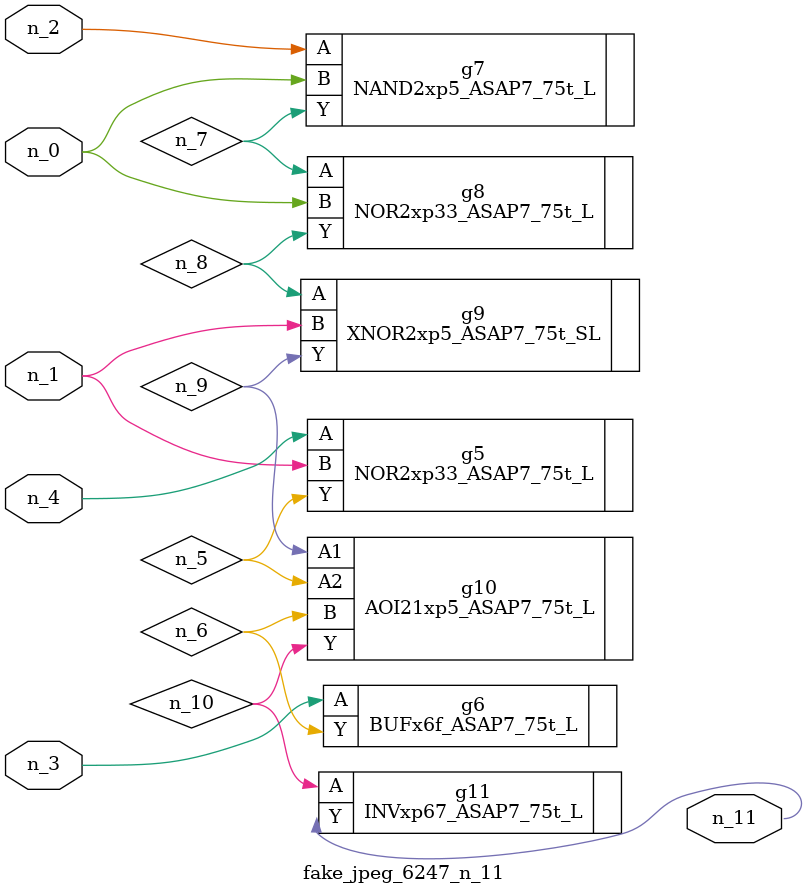
<source format=v>
module fake_jpeg_6247_n_11 (n_3, n_2, n_1, n_0, n_4, n_11);

input n_3;
input n_2;
input n_1;
input n_0;
input n_4;

output n_11;

wire n_10;
wire n_8;
wire n_9;
wire n_6;
wire n_5;
wire n_7;

NOR2xp33_ASAP7_75t_L g5 ( 
.A(n_4),
.B(n_1),
.Y(n_5)
);

BUFx6f_ASAP7_75t_L g6 ( 
.A(n_3),
.Y(n_6)
);

NAND2xp5_ASAP7_75t_L g7 ( 
.A(n_2),
.B(n_0),
.Y(n_7)
);

NOR2xp33_ASAP7_75t_L g8 ( 
.A(n_7),
.B(n_0),
.Y(n_8)
);

XNOR2xp5_ASAP7_75t_SL g9 ( 
.A(n_8),
.B(n_1),
.Y(n_9)
);

AOI21xp5_ASAP7_75t_L g10 ( 
.A1(n_9),
.A2(n_5),
.B(n_6),
.Y(n_10)
);

INVxp67_ASAP7_75t_L g11 ( 
.A(n_10),
.Y(n_11)
);


endmodule
</source>
